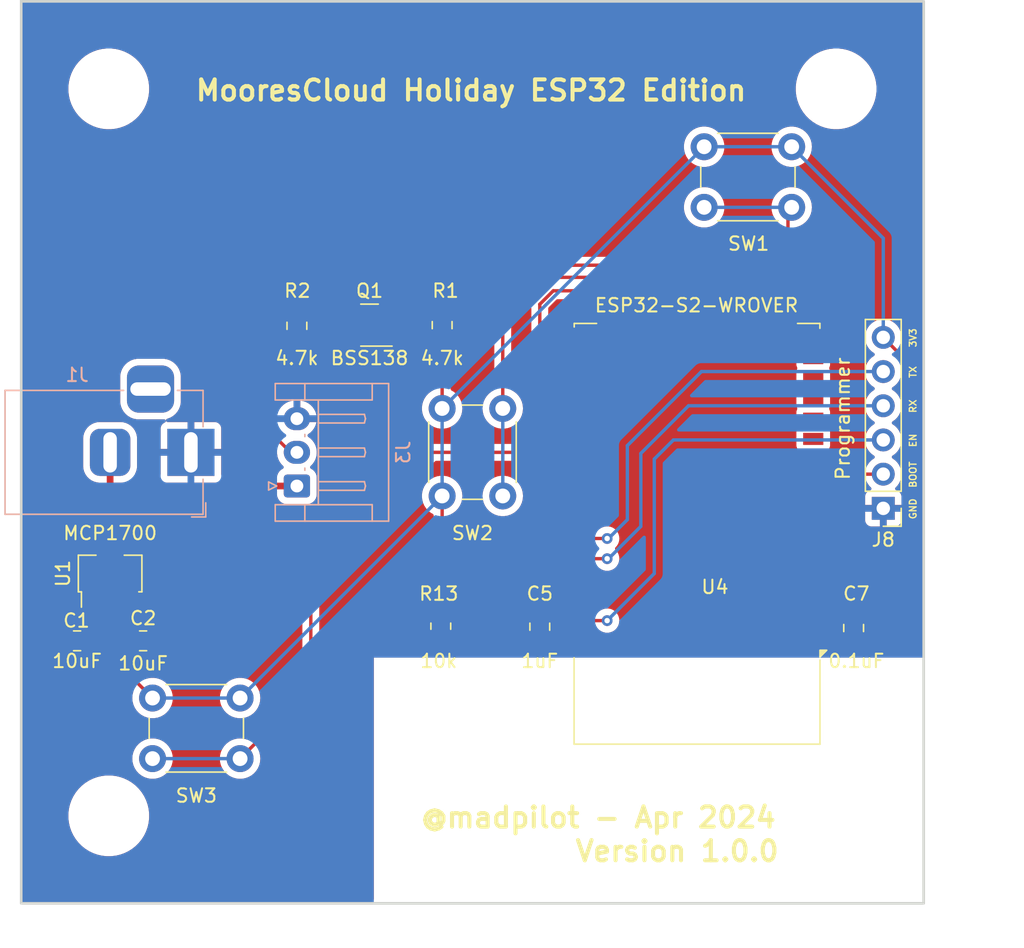
<source format=kicad_pcb>
(kicad_pcb (version 20241229) (generator "pcbnew") (generator_version "9.0")
  (layers (0 "F.Cu" signal) (2 "B.Cu" signal) (13 "F.Paste" user) (15 "B.Paste" user) (5 "F.SilkS" user "F.Silkscreen") (7 "B.SilkS" user "B.Silkscreen") (1 "F.Mask" user) (3 "B.Mask" user) (25 "Edge.Cuts" user))
  (net 0 "")
  (net 1 "+5V")
  (net 2 "GND")
  (net 3 "+3V3")
  (net 4 "EN")
  (net 5 "BOOT")
  (net 6 "BUTTON_1")
  (net 7 "BUTTON_2")
  (net 9 "BUTTON_3")
  (net 10 "RX")
  (net 11 "TX")
  (net 13 "Net-(J3-Pin_2)")
  (net 14 "DATA")
  (footprint "MountingHole:MountingHole_5.5mm" (layer "F.Cu") (at 175.5 78)
    (property "Reference" "H2" (hide yes))
    (property "Value" "MountingHole")
    (pad "" np_thru_hole circle (at 0 0) (size 5.5 5.5) (drill 5.5) (layers "*.Cu" "*.Mask"))
  )
  (footprint "Capacitor_SMD:C_0805_2012Metric" (layer "F.Cu") (at 146.25 95.55 -90)
    (property "Reference" "R1" (at -2.55 -0.25 180) (layer "F.SilkS"))
    (property "Value" "4.7k" (at 2.45 0 180) (layer "F.SilkS"))
    (fp_line (start -0.261252 0.735) (end 0.261252 0.735) (stroke (width 0.12)) (layer "F.SilkS"))
    (fp_line (start -0.261252 -0.735) (end 0.261252 -0.735) (stroke (width 0.12)) (layer "F.SilkS"))
    (pad "1" smd roundrect (at -0.95 0 270) (size 1 1.45) (layers "F.Cu" "F.Mask" "F.Paste") (net 14 "DATA"))
    (pad "2" smd roundrect (at 0.95 0 270) (size 1 1.45) (layers "F.Cu" "F.Mask" "F.Paste") (net 3 "+3V3"))
  )
  (footprint "MountingHole:MountingHole_5.5mm" (layer "F.Cu") (at 121.5 132)
    (property "Reference" "H4" (hide yes))
    (property "Value" "MountingHole")
    (pad "" np_thru_hole circle (at 0 0) (size 5.5 5.5) (drill 5.5) (layers "*.Cu" "*.Mask"))
  )
  (footprint "MountingHole:MountingHole_5.5mm" (layer "F.Cu") (at 175.5 132)
    (property "Reference" "H3" (hide yes))
    (property "Value" "MountingHole")
    (pad "" np_thru_hole circle (at 0 0) (size 5.5 5.5) (drill 5.5) (layers "*.Cu" "*.Mask"))
  )
  (footprint "Package_TO_SOT_SMD:SOT-23" (layer "F.Cu") (at 140.85875 95.55 180)
    (property "Reference" "Q1" (at 0 2.55 180) (layer "F.SilkS"))
    (property "Value" "BSS138" (at 0 -2.45 180) (layer "F.SilkS"))
    (fp_line (start 0 1.56) (end 0.65 1.56) (stroke (width 0.12)) (layer "F.SilkS"))
    (fp_line (start 0 1.56) (end -0.65 1.56) (stroke (width 0.12)) (layer "F.SilkS"))
    (fp_line (start 0 -1.56) (end 0.65 -1.56) (stroke (width 0.12)) (layer "F.SilkS"))
    (fp_line (start 0 -1.56) (end -1.675 -1.56) (stroke (width 0.12)) (layer "F.SilkS"))
    (pad "1" smd roundrect (at -0.9375 -0.95 180) (size 1.475 0.6) (layers "F.Cu" "F.Mask" "F.Paste") (net 3 "+3V3"))
    (pad "2" smd roundrect (at -0.9375 0.95 180) (size 1.475 0.6) (layers "F.Cu" "F.Mask" "F.Paste") (net 14 "DATA"))
    (pad "3" smd roundrect (at 0.9375 0 180) (size 1.475 0.6) (layers "F.Cu" "F.Mask" "F.Paste") (net 13 "Net-(J3-Pin_2)"))
  )
  (footprint "Capacitor_SMD:C_0805_2012Metric" (layer "F.Cu") (at 124.05 119)
    (property "Reference" "C2" (at 0 -1.68 0) (layer "F.SilkS"))
    (property "Value" "10uF" (at 0 1.68 0) (layer "F.SilkS"))
    (fp_line (start -0.261252 -0.735) (end 0.261252 -0.735) (stroke (width 0.12)) (layer "F.SilkS"))
    (fp_line (start -0.261252 0.735) (end 0.261252 0.735) (stroke (width 0.12)) (layer "F.SilkS"))
    (pad "1" smd roundrect (at -0.95 0) (size 1 1.45) (layers "F.Cu" "F.Mask" "F.Paste") (net 3 "+3V3"))
    (pad "2" smd roundrect (at 0.95 0) (size 1 1.45) (layers "F.Cu" "F.Mask" "F.Paste") (net 2 "GND"))
  )
  (footprint "Button_Switch_THT:SW_PUSH_6mm" (layer "F.Cu") (at 165.7 82.3)
    (property "Reference" "SW1" (at 3.3 7.2 0) (layer "F.SilkS"))
    (property "Value" "SW_Push" (hide yes))
    (fp_line (start -0.25 1.5) (end -0.25 3) (stroke (width 0.12)) (layer "F.SilkS"))
    (fp_line (start 1 5.5) (end 5.5 5.5) (stroke (width 0.12)) (layer "F.SilkS"))
    (fp_line (start 5.5 -1) (end 1 -1) (stroke (width 0.12)) (layer "F.SilkS"))
    (fp_line (start 6.75 3) (end 6.75 1.5) (stroke (width 0.12)) (layer "F.SilkS"))
    (pad "1" thru_hole circle (at 0 0 90) (size 2 2) (drill 1.1) (layers "*.Cu" "*.Mask") (net 3 "+3V3"))
    (pad "1" thru_hole circle (at 6.5 0 90) (size 2 2) (drill 1.1) (layers "*.Cu" "*.Mask") (net 3 "+3V3"))
    (pad "2" thru_hole circle (at 0 4.5 90) (size 2 2) (drill 1.1) (layers "*.Cu" "*.Mask") (net 6 "BUTTON_1"))
    (pad "2" thru_hole circle (at 6.5 4.5 90) (size 2 2) (drill 1.1) (layers "*.Cu" "*.Mask") (net 6 "BUTTON_1"))
  )
  (footprint "Connector_PinHeader_2.54mm:PinHeader_1x06_P2.54mm_Vertical" (layer "F.Cu") (at 179 109.16 180)
    (property "Reference" "J8" (at 0 -2.33 180) (layer "F.SilkS"))
    (property "Value" "Programmer" (at 3 6.66 270) (layer "F.SilkS"))
    (fp_line (start 1.33 1.27) (end 1.33 14.03) (stroke (width 0.12)) (layer "F.SilkS"))
    (fp_line (start -1.33 14.03) (end 1.33 14.03) (stroke (width 0.12)) (layer "F.SilkS"))
    (fp_line (start -1.33 1.27) (end 1.33 1.27) (stroke (width 0.12)) (layer "F.SilkS"))
    (fp_line (start -1.33 1.27) (end -1.33 14.03) (stroke (width 0.12)) (layer "F.SilkS"))
    (fp_line (start -1.33 0) (end -1.33 -1.33) (stroke (width 0.12)) (layer "F.SilkS"))
    (fp_line (start -1.33 -1.33) (end 0 -1.33) (stroke (width 0.12)) (layer "F.SilkS"))
    (pad "1" thru_hole rect (at 0 0 180) (size 1.7 1.7) (drill 1) (layers "*.Cu" "*.Mask") (net 2 "GND"))
    (pad "2" thru_hole oval (at 0 2.54 180) (size 1.7 1.7) (drill 1) (layers "*.Cu" "*.Mask") (net 5 "BOOT"))
    (pad "3" thru_hole oval (at 0 5.08 180) (size 1.7 1.7) (drill 1) (layers "*.Cu" "*.Mask") (net 4 "EN"))
    (pad "4" thru_hole oval (at 0 7.62 180) (size 1.7 1.7) (drill 1) (layers "*.Cu" "*.Mask") (net 10 "RX"))
    (pad "5" thru_hole oval (at 0 10.16 180) (size 1.7 1.7) (drill 1) (layers "*.Cu" "*.Mask") (net 11 "TX"))
    (pad "6" thru_hole oval (at 0 12.7 180) (size 1.7 1.7) (drill 1) (layers "*.Cu" "*.Mask") (net 3 "+3V3"))
  )
  (footprint "Capacitor_SMD:C_0805_2012Metric" (layer "F.Cu") (at 135.4675 95.6 90)
    (property "Reference" "R2" (at 2.6 0.0325 0) (layer "F.SilkS"))
    (property "Value" "4.7k" (at -2.4 0 0) (layer "F.SilkS"))
    (fp_line (start -0.261252 -0.735) (end 0.261252 -0.735) (stroke (width 0.12)) (layer "F.SilkS"))
    (fp_line (start -0.261252 0.735) (end 0.261252 0.735) (stroke (width 0.12)) (layer "F.SilkS"))
    (pad "1" smd roundrect (at -0.95 0 90) (size 1 1.45) (layers "F.Cu" "F.Mask" "F.Paste") (net 13 "Net-(J3-Pin_2)"))
    (pad "2" smd roundrect (at 0.95 0 90) (size 1 1.45) (layers "F.Cu" "F.Mask" "F.Paste") (net 1 "+5V"))
  )
  (footprint "Button_Switch_THT:SW_PUSH_6mm" (layer "F.Cu") (at 148.500734 104.994951 90)
    (property "Reference" "SW2" (at -6.005049 -0.000734 0) (layer "F.SilkS"))
    (property "Value" "SW_Push" (hide yes))
    (fp_line (start -2.244951 -3.250734) (end 2.255049 -3.250734) (stroke (width 0.12)) (layer "F.SilkS"))
    (fp_line (start 3.505049 -0.750734) (end 3.505049 0.749266) (stroke (width 0.12)) (layer "F.SilkS"))
    (fp_line (start -3.494951 0.749266) (end -3.494951 -0.750734) (stroke (width 0.12)) (layer "F.SilkS"))
    (fp_line (start 2.255049 3.249266) (end -2.244951 3.249266) (stroke (width 0.12)) (layer "F.SilkS"))
    (pad "1" thru_hole circle (at -3.244951 -2.250734 180) (size 2 2) (drill 1.1) (layers "*.Cu" "*.Mask") (net 3 "+3V3"))
    (pad "1" thru_hole circle (at 3.255049 -2.250734 180) (size 2 2) (drill 1.1) (layers "*.Cu" "*.Mask") (net 3 "+3V3"))
    (pad "2" thru_hole circle (at -3.244951 2.249266 180) (size 2 2) (drill 1.1) (layers "*.Cu" "*.Mask") (net 7 "BUTTON_2"))
    (pad "2" thru_hole circle (at 3.255049 2.249266 180) (size 2 2) (drill 1.1) (layers "*.Cu" "*.Mask") (net 7 "BUTTON_2"))
  )
  (footprint "Package_TO_SOT_SMD:SOT-89-3" (layer "F.Cu") (at 121.6 114 90)
    (property "Reference" "U1" (at 0 -3.5 270) (layer "F.SilkS"))
    (property "Value" "MCP1700" (at 3 0 0) (layer "F.SilkS"))
    (fp_line (start 1.36 -2.36) (end 1.36 -1.05) (stroke (width 0.12)) (layer "F.SilkS"))
    (fp_line (start -1.36 -2.36) (end 1.36 -2.36) (stroke (width 0.12)) (layer "F.SilkS"))
    (fp_line (start -1.36 -2.36) (end -1.36 -2.13) (stroke (width 0.12)) (layer "F.SilkS"))
    (fp_line (start -2.5 -2.13) (end -1.36 -2.13) (stroke (width 0.12)) (layer "F.SilkS"))
    (fp_line (start 1.36 1.05) (end 1.36 2.36) (stroke (width 0.12)) (layer "F.SilkS"))
    (fp_line (start 1.36 2.36) (end -1.36 2.36) (stroke (width 0.12)) (layer "F.SilkS"))
    (fp_line (start -1.36 2.36) (end -1.36 2.13) (stroke (width 0.12)) (layer "F.SilkS"))
    (pad "1" smd rect (at -1.95 -1.5 90) (size 1.3 0.9) (layers "F.Cu" "F.Mask" "F.Paste") (net 2 "GND"))
    (pad "2" smd custom (at -1.8625 0 90) (size 1.475 0.9) (layers "F.Cu" "F.Mask" "F.Paste") (net 1 "+5V") (options (clearance outline) (anchor rect)) (primitives (gr_poly (pts (xy 3.8625 0.8665) (xy 0.7375 0.8665) (xy 0.7375 -0.8665) (xy 3.8625 -0.8665)) (width 0) (fill yes))))
    (pad "3" smd rect (at -1.95 1.5 90) (size 1.3 0.9) (layers "F.Cu" "F.Mask" "F.Paste") (net 3 "+3V3"))
  )
  (footprint "RF_Module:ESP32-S2-WROVER" (layer "F.Cu") (at 165.175 107.225 180)
    (property "Reference" "U4" (at -1.325 -7.775 0) (layer "F.SilkS"))
    (property "Value" "ESP32-S2-WROVER" (at 0.04 13.145 180) (layer "F.SilkS"))
    (fp_line (start 9.13 -13.03) (end 9.13 -19.45) (stroke (width 0.12)) (layer "F.SilkS"))
    (fp_line (start 9.12 11.8) (end 7.46 11.8) (stroke (width 0.12)) (layer "F.SilkS"))
    (fp_line (start 9.12 11.54) (end 9.12 11.8) (stroke (width 0.12)) (layer "F.SilkS"))
    (fp_line (start -9.12 11.8) (end -7.46 11.8) (stroke (width 0.12)) (layer "F.SilkS"))
    (fp_line (start -9.12 11.44) (end -9.12 11.8) (stroke (width 0.12)) (layer "F.SilkS"))
    (fp_line (start -9.125 -13.2) (end -9.125 -19.45) (stroke (width 0.12)) (layer "F.SilkS"))
    (fp_line (start -9.125 -19.45) (end 9.13 -19.45) (stroke (width 0.12)) (layer "F.SilkS"))
    (fp_poly (pts (xy -9.125 -12.475) (xy -9.625 -12.475) (xy -9.125 -12.975) (xy -9.125 -12.475)) (stroke (width 0.12)) (fill yes) (layer "F.SilkS"))
    (pad "1" smd rect (at -8.625 -11.775 180) (size 1.5 0.9) (layers "F.Cu" "F.Mask" "F.Paste") (net 2 "GND"))
    (pad "2" smd rect (at -8.625 -10.275 180) (size 1.5 0.9) (layers "F.Cu" "F.Mask" "F.Paste") (net 3 "+3V3"))
    (pad "3" smd rect (at -8.625 -8.775 180) (size 1.5 0.9) (layers "F.Cu" "F.Mask" "F.Paste") (net 5 "BOOT"))
    (pad "4" smd rect (at -8.625 -7.275 180) (size 1.5 0.9) (layers "F.Cu" "F.Mask" "F.Paste"))
    (pad "5" smd rect (at -8.625 -5.775 180) (size 1.5 0.9) (layers "F.Cu" "F.Mask" "F.Paste"))
    (pad "6" smd rect (at -8.625 -4.275 180) (size 1.5 0.9) (layers "F.Cu" "F.Mask" "F.Paste"))
    (pad "7" smd rect (at -8.625 -2.775 180) (size 1.5 0.9) (layers "F.Cu" "F.Mask" "F.Paste"))
    (pad "8" smd rect (at -8.625 -1.275 180) (size 1.5 0.9) (layers "F.Cu" "F.Mask" "F.Paste"))
    (pad "9" smd rect (at -8.625 0.225 180) (size 1.5 0.9) (layers "F.Cu" "F.Mask" "F.Paste"))
    (pad "10" smd rect (at -8.625 1.725 180) (size 1.5 0.9) (layers "F.Cu" "F.Mask" "F.Paste"))
    (pad "11" smd rect (at -8.625 3.225 180) (size 1.5 0.9) (layers "F.Cu" "F.Mask" "F.Paste"))
    (pad "12" smd rect (at -8.625 4.725 180) (size 1.5 0.9) (layers "F.Cu" "F.Mask" "F.Paste"))
    (pad "13" smd rect (at -8.625 6.225 180) (size 1.5 0.9) (layers "F.Cu" "F.Mask" "F.Paste"))
    (pad "14" smd rect (at -8.625 7.725 180) (size 1.5 0.9) (layers "F.Cu" "F.Mask" "F.Paste"))
    (pad "15" smd rect (at -8.625 9.225) (size 1.5 0.9) (layers "F.Cu" "F.Mask" "F.Paste"))
    (pad "16" smd rect (at -8.625 10.725) (size 1.5 0.9) (layers "F.Cu" "F.Mask" "F.Paste"))
    (pad "17" smd rect (at -6.75 11.475 180) (size 0.9 1.5) (layers "F.Cu" "F.Mask" "F.Paste") (net 6 "BUTTON_1"))
    (pad "18" smd rect (at -5.25 11.475 180) (size 0.9 1.5) (layers "F.Cu" "F.Mask" "F.Paste") (net 14 "DATA"))
    (pad "19" smd rect (at -3.75 11.475 180) (size 0.9 1.5) (layers "F.Cu" "F.Mask" "F.Paste") (net 7 "BUTTON_2"))
    (pad "20" smd rect (at -2.25 11.475 180) (size 0.9 1.5) (layers "F.Cu" "F.Mask" "F.Paste") (net 9 "BUTTON_3"))
    (pad "21" smd rect (at -0.75 11.475 180) (size 0.9 1.5) (layers "F.Cu" "F.Mask" "F.Paste"))
    (pad "22" smd rect (at 0.75 11.475 180) (size 0.9 1.5) (layers "F.Cu" "F.Mask" "F.Paste"))
    (pad "23" smd rect (at 2.25 11.475 180) (size 0.9 1.5) (layers "F.Cu" "F.Mask" "F.Paste"))
    (pad "24" smd rect (at 3.75 11.475 180) (size 0.9 1.5) (layers "F.Cu" "F.Mask" "F.Paste"))
    (pad "25" smd rect (at 5.25 11.475 180) (size 0.9 1.5) (layers "F.Cu" "F.Mask" "F.Paste"))
    (pad "26" smd rect (at 6.75 11.475 180) (size 0.9 1.5) (layers "F.Cu" "F.Mask" "F.Paste") (net 2 "GND"))
    (pad "27" smd rect (at 8.625 10.825 180) (size 1.5 0.9) (layers "F.Cu" "F.Mask" "F.Paste"))
    (pad "28" smd rect (at 8.625 9.325 180) (size 1.5 0.9) (layers "F.Cu" "F.Mask" "F.Paste"))
    (pad "29" smd rect (at 8.625 7.825 180) (size 1.5 0.9) (layers "F.Cu" "F.Mask" "F.Paste"))
    (pad "30" smd rect (at 8.625 6.325 180) (size 1.5 0.9) (layers "F.Cu" "F.Mask" "F.Paste"))
    (pad "31" smd rect (at 8.625 4.825 180) (size 1.5 0.9) (layers "F.Cu" "F.Mask" "F.Paste"))
    (pad "32" smd rect (at 8.625 3.325 180) (size 1.5 0.9) (layers "F.Cu" "F.Mask" "F.Paste"))
    (pad "33" smd rect (at 8.625 1.825 180) (size 1.5 0.9) (layers "F.Cu" "F.Mask" "F.Paste"))
    (pad "34" smd rect (at 8.625 0.325 180) (size 1.5 0.9) (layers "F.Cu" "F.Mask" "F.Paste"))
    (pad "35" smd rect (at 8.625 -1.175 180) (size 1.5 0.9) (layers "F.Cu" "F.Mask" "F.Paste"))
    (pad "36" smd rect (at 8.625 -2.675 180) (size 1.5 0.9) (layers "F.Cu" "F.Mask" "F.Paste"))
    (pad "37" smd rect (at 8.625 -4.175 180) (size 1.5 0.9) (layers "F.Cu" "F.Mask" "F.Paste") (net 11 "TX"))
    (pad "38" smd rect (at 8.625 -5.675 180) (size 1.5 0.9) (layers "F.Cu" "F.Mask" "F.Paste") (net 10 "RX"))
    (pad "39" smd rect (at 8.625 -7.175 180) (size 1.5 0.9) (layers "F.Cu" "F.Mask" "F.Paste"))
    (pad "40" smd rect (at 8.625 -8.775 180) (size 1.5 0.9) (layers "F.Cu" "F.Mask" "F.Paste"))
    (pad "41" smd rect (at 8.625 -10.275 180) (size 1.5 0.9) (layers "F.Cu" "F.Mask" "F.Paste") (net 4 "EN"))
    (pad "42" smd rect (at 8.625 -11.675 180) (size 1.5 0.9) (layers "F.Cu" "F.Mask" "F.Paste") (net 2 "GND"))
    (pad "43" smd rect (at -1.19 -3.735 180) (size 4.1 4.1) (layers "F.Cu" "F.Mask" "F.Paste") (net 2 "GND"))
    (zone (net 0) (net_name "") (layers "F.Cu" "B.Cu") (connect_pads (clearance 0)) (min_thickness 0.254)
      (keepout (tracks not_allowed) (vias not_allowed) (pads not_allowed) (copperpour not_allowed) (footprints not_allowed))
      (fill (thermal_gap 0.508) (thermal_bridge_width 0.508))
      (polygon (pts (xy 189.175 120.248) (xy 141.175 120.248) (xy 141.175 141.548) (xy 189.175 141.548)))
    )
  )
  (footprint "Capacitor_SMD:C_0805_2012Metric" (layer "F.Cu") (at 176.8 118.05 -90)
    (property "Reference" "C7" (at -2.55 -0.2 180) (layer "F.SilkS"))
    (property "Value" "0.1uF" (at 2.45 -0.2 180) (layer "F.SilkS"))
    (fp_line (start -0.261252 0.735) (end 0.261252 0.735) (stroke (width 0.12)) (layer "F.SilkS"))
    (fp_line (start -0.261252 -0.735) (end 0.261252 -0.735) (stroke (width 0.12)) (layer "F.SilkS"))
    (pad "1" smd roundrect (at -0.95 0 270) (size 1 1.45) (layers "F.Cu" "F.Mask" "F.Paste") (net 3 "+3V3"))
    (pad "2" smd roundrect (at 0.95 0 270) (size 1 1.45) (layers "F.Cu" "F.Mask" "F.Paste") (net 2 "GND"))
  )
  (footprint "Resistor_SMD:R_0805_2012Metric" (layer "F.Cu") (at 146.15 117.9125 -90)
    (property "Reference" "R13" (at -2.4125 0.15 180) (layer "F.SilkS"))
    (property "Value" "10k" (at 2.5875 0.15 180) (layer "F.SilkS"))
    (fp_line (start -0.227064 0.735) (end 0.227064 0.735) (stroke (width 0.12)) (layer "F.SilkS"))
    (fp_line (start -0.227064 -0.735) (end 0.227064 -0.735) (stroke (width 0.12)) (layer "F.SilkS"))
    (pad "1" smd roundrect (at -0.9125 0 270) (size 1.025 1.4) (layers "F.Cu" "F.Mask" "F.Paste") (roundrect_rratio 0.243902) (net 3 "+3V3"))
    (pad "2" smd roundrect (at 0.9125 0 270) (size 1.025 1.4) (layers "F.Cu" "F.Mask" "F.Paste") (roundrect_rratio 0.243902) (net 4 "EN"))
  )
  (footprint "MountingHole:MountingHole_5.5mm" (layer "F.Cu") (at 121.5 78)
    (property "Reference" "H1" (hide yes))
    (property "Value" "MountingHole")
    (pad "" np_thru_hole circle (at 0 0) (size 5.5 5.5) (drill 5.5) (layers "*.Cu" "*.Mask"))
  )
  (footprint "Button_Switch_THT:SW_PUSH_6mm" (layer "F.Cu") (at 128 125.5)
    (property "Reference" "SW3" (at 0 5 0) (layer "F.SilkS"))
    (property "Value" "SW_Push" (hide yes))
    (fp_line (start -3.5 -0.75) (end -3.5 0.75) (stroke (width 0.12)) (layer "F.SilkS"))
    (fp_line (start -2.25 3.25) (end 2.25 3.25) (stroke (width 0.12)) (layer "F.SilkS"))
    (fp_line (start 2.25 -3.25) (end -2.25 -3.25) (stroke (width 0.12)) (layer "F.SilkS"))
    (fp_line (start 3.5 0.75) (end 3.5 -0.75) (stroke (width 0.12)) (layer "F.SilkS"))
    (pad "1" thru_hole circle (at -3.25 -2.25 90) (size 2 2) (drill 1.1) (layers "*.Cu" "*.Mask") (net 3 "+3V3"))
    (pad "1" thru_hole circle (at 3.25 -2.25 90) (size 2 2) (drill 1.1) (layers "*.Cu" "*.Mask") (net 3 "+3V3"))
    (pad "2" thru_hole circle (at -3.25 2.25 90) (size 2 2) (drill 1.1) (layers "*.Cu" "*.Mask") (net 9 "BUTTON_3"))
    (pad "2" thru_hole circle (at 3.25 2.25 90) (size 2 2) (drill 1.1) (layers "*.Cu" "*.Mask") (net 9 "BUTTON_3"))
  )
  (footprint "Capacitor_SMD:C_0805_2012Metric" (layer "F.Cu") (at 153.5 117.95 -90)
    (property "Reference" "C5" (at -2.45 0 180) (layer "F.SilkS"))
    (property "Value" "1uF" (at 2.55 0 180) (layer "F.SilkS"))
    (fp_line (start -0.261252 0.735) (end 0.261252 0.735) (stroke (width 0.12)) (layer "F.SilkS"))
    (fp_line (start -0.261252 -0.735) (end 0.261252 -0.735) (stroke (width 0.12)) (layer "F.SilkS"))
    (pad "1" smd roundrect (at -0.95 0 270) (size 1 1.45) (layers "F.Cu" "F.Mask" "F.Paste") (net 4 "EN"))
    (pad "2" smd roundrect (at 0.95 0 270) (size 1 1.45) (layers "F.Cu" "F.Mask" "F.Paste") (net 2 "GND"))
  )
  (footprint "Capacitor_SMD:C_0805_2012Metric" (layer "F.Cu") (at 119.15 119 180)
    (property "Reference" "C1" (at 0.05 1.5 0) (layer "F.SilkS"))
    (property "Value" "10uF" (at 0 -1.5 0) (layer "F.SilkS"))
    (fp_line (start -0.261252 0.735) (end 0.261252 0.735) (stroke (width 0.12)) (layer "F.SilkS"))
    (fp_line (start -0.261252 -0.735) (end 0.261252 -0.735) (stroke (width 0.12)) (layer "F.SilkS"))
    (pad "1" smd roundrect (at -0.95 0 180) (size 1 1.45) (layers "F.Cu" "F.Mask" "F.Paste") (net 1 "+5V"))
    (pad "2" smd roundrect (at 0.95 0 180) (size 1 1.45) (layers "F.Cu" "F.Mask" "F.Paste") (net 2 "GND"))
  )
  (footprint "Connector_BarrelJack:BarrelJack_Horizontal" (layer "B.Cu") (at 127.6 105)
    (property "Reference" "J1" (at -8.45 -5.75 0) (layer "B.SilkS") (effects (justify mirror)))
    (property "Value" "PWR")
    (fp_line (start -13.8 -4.6) (end -5 -4.6) (stroke (width 0.12)) (layer "B.SilkS"))
    (fp_line (start -13.8 4.6) (end -13.8 -4.6) (stroke (width 0.12)) (layer "B.SilkS"))
    (fp_line (start -1 -4.6) (end 0.9 -4.6) (stroke (width 0.12)) (layer "B.SilkS"))
    (fp_line (start 0.9 -4.6) (end 0.9 -1.9) (stroke (width 0.12)) (layer "B.SilkS"))
    (fp_line (start 0.9 2) (end 0.9 4.6) (stroke (width 0.12)) (layer "B.SilkS"))
    (fp_line (start 0.9 4.6) (end -13.8 4.6) (stroke (width 0.12)) (layer "B.SilkS"))
    (fp_line (start 1.1 4.8) (end 0.05 4.8) (stroke (width 0.12)) (layer "B.SilkS"))
    (fp_line (start 1.1 4.8) (end 1.1 3.75) (stroke (width 0.12)) (layer "B.SilkS"))
    (pad "1" thru_hole rect (at 0 0) (size 3.5 3.5) (drill oval 1 3) (layers "*.Cu" "*.Mask") (net 2 "GND"))
    (pad "2" thru_hole roundrect (at -6 0) (size 3 3.5) (drill oval 1 3) (layers "*.Cu" "*.Mask") (net 1 "+5V"))
    (pad "3" thru_hole roundrect (at -3 -4.7) (size 3.5 3.5) (drill oval 3 1) (layers "*.Cu" "*.Mask"))
  )
  (footprint "Connector_JST:JST_EH_S3B-EH_1x03_P2.50mm_Horizontal" (layer "B.Cu") (at 135.4675 107.5 90)
    (property "Reference" "J3" (at 2.5 7.9 270) (layer "B.SilkS") (effects (justify mirror)))
    (property "Value" "Conn_01x03")
    (fp_line (start 0.3 -2.1) (end -0.3 -2.1) (stroke (width 0.12)) (layer "B.SilkS"))
    (fp_line (start -0.3 -2.1) (end 0 -1.5) (stroke (width 0.12)) (layer "B.SilkS"))
    (fp_line (start 7.61 -1.61) (end 7.61 6.81) (stroke (width 0.12)) (layer "B.SilkS"))
    (fp_line (start 6.39 -1.61) (end 7.61 -1.61) (stroke (width 0.12)) (layer "B.SilkS"))
    (fp_line (start -1.39 -1.61) (end -1.39 0.59) (stroke (width 0.12)) (layer "B.SilkS"))
    (fp_line (start -2.61 -1.61) (end -1.39 -1.61) (stroke (width 0.12)) (layer "B.SilkS"))
    (fp_line (start 0 -1.5) (end 0.3 -2.1) (stroke (width 0.12)) (layer "B.SilkS"))
    (fp_line (start 7.61 0.59) (end 6.39 0.59) (stroke (width 0.12)) (layer "B.SilkS"))
    (fp_line (start 6.39 0.59) (end 6.39 -1.61) (stroke (width 0.12)) (layer "B.SilkS"))
    (fp_line (start 6.39 0.59) (end 6.39 5.59) (stroke (width 0.12)) (layer "B.SilkS"))
    (fp_line (start 3.83 0.59) (end 3.67 0.59) (stroke (width 0.12)) (layer "B.SilkS"))
    (fp_line (start 1.33 0.59) (end 1.17 0.59) (stroke (width 0.12)) (layer "B.SilkS"))
    (fp_line (start -1.39 0.59) (end -1.39 5.59) (stroke (width 0.12)) (layer "B.SilkS"))
    (fp_line (start -2.61 0.59) (end -1.39 0.59) (stroke (width 0.12)) (layer "B.SilkS"))
    (fp_line (start 6.39 1.59) (end -1.39 1.59) (stroke (width 0.12)) (layer "B.SilkS"))
    (fp_line (start 5.32 1.59) (end 5.32 5.01) (stroke (width 0.12)) (layer "B.SilkS"))
    (fp_line (start 5 1.59) (end 5.32 1.59) (stroke (width 0.12)) (layer "B.SilkS"))
    (fp_line (start 4.68 1.59) (end 5 1.59) (stroke (width 0.12)) (layer "B.SilkS"))
    (fp_line (start 2.82 1.59) (end 2.82 5.01) (stroke (width 0.12)) (layer "B.SilkS"))
    (fp_line (start 2.5 1.59) (end 2.82 1.59) (stroke (width 0.12)) (layer "B.SilkS"))
    (fp_line (start 2.18 1.59) (end 2.5 1.59) (stroke (width 0.12)) (layer "B.SilkS"))
    (fp_line (start 0.32 1.59) (end 0.32 5.01) (stroke (width 0.12)) (layer "B.SilkS"))
    (fp_line (start 0 1.59) (end 0.32 1.59) (stroke (width 0.12)) (layer "B.SilkS"))
    (fp_line (start -0.32 1.59) (end 0 1.59) (stroke (width 0.12)) (layer "B.SilkS"))
    (fp_line (start 5.32 5.01) (end 5 5.09) (stroke (width 0.12)) (layer "B.SilkS"))
    (fp_line (start 4.68 5.01) (end 4.68 1.59) (stroke (width 0.12)) (layer "B.SilkS"))
    (fp_line (start 2.82 5.01) (end 2.5 5.09) (stroke (width 0.12)) (layer "B.SilkS"))
    (fp_line (start 2.18 5.01) (end 2.18 1.59) (stroke (width 0.12)) (layer "B.SilkS"))
    (fp_line (start 0.32 5.01) (end 0 5.09) (stroke (width 0.12)) (layer "B.SilkS"))
    (fp_line (start -0.32 5.01) (end -0.32 1.59) (stroke (width 0.12)) (layer "B.SilkS"))
    (fp_line (start 5 5.09) (end 4.68 5.01) (stroke (width 0.12)) (layer "B.SilkS"))
    (fp_line (start 2.5 5.09) (end 2.18 5.01) (stroke (width 0.12)) (layer "B.SilkS"))
    (fp_line (start 0 5.09) (end -0.32 5.01) (stroke (width 0.12)) (layer "B.SilkS"))
    (fp_line (start 6.39 5.59) (end 7.61 5.59) (stroke (width 0.12)) (layer "B.SilkS"))
    (fp_line (start -1.39 5.59) (end -2.61 5.59) (stroke (width 0.12)) (layer "B.SilkS"))
    (fp_line (start 7.61 6.81) (end -2.61 6.81) (stroke (width 0.12)) (layer "B.SilkS"))
    (fp_line (start -2.61 6.81) (end -2.61 -1.61) (stroke (width 0.12)) (layer "B.SilkS"))
    (pad "1" thru_hole roundrect (at 0 0 90) (size 1.7 1.95) (drill 0.95) (layers "*.Cu" "*.Mask") (roundrect_rratio 0.147059) (net 1 "+5V"))
    (pad "2" thru_hole oval (at 2.5 0 90) (size 1.7 1.95) (drill 0.95) (layers "*.Cu" "*.Mask") (net 13 "Net-(J3-Pin_2)"))
    (pad "3" thru_hole oval (at 5 0 90) (size 1.7 1.95) (drill 0.95) (layers "*.Cu" "*.Mask") (net 2 "GND"))
  )
  (gr_line (start 123.1 116) (end 123.1 119) (stroke (width 0.2)) (layer "F.Cu") (net 3))
  (gr_rect (start 115 71.5) (end 182 138.5) (stroke (width 0.2)) (fill no) (layer "Edge.Cuts"))
  (gr_text "@madpilot - Apr 2024\n" (at 144.5 133 0) (layer "F.SilkS") (effects (font (size 1.5 1.5) (thickness 0.3) (bold yes)) (justify left bottom)))
  (gr_text "MooresCloud Holiday ESP32 Edition" (at 127.807142 78.996 0) (layer "F.SilkS") (effects (font (size 1.5 1.5) (thickness 0.3) (bold yes)) (justify left bottom)))
  (gr_text "BOOT\n" (at 181.5 107.684286 90) (layer "F.SilkS") (effects (font (size 0.5 0.5) (thickness 0.1) (bold yes)) (justify left bottom)))
  (gr_text "Version 1.0.0" (at 156 135.5 0) (layer "F.SilkS") (effects (font (size 1.5 1.5) (thickness 0.3) (bold yes)) (justify left bottom)))
  (gr_text "TX" (at 181.5 99.528571 90) (layer "F.SilkS") (effects (font (size 0.5 0.5) (thickness 0.1) (bold yes)) (justify left bottom)))
  (gr_text "GND" (at 181.5 110.021905 90) (layer "F.SilkS") (effects (font (size 0.5 0.5) (thickness 0.1) (bold yes)) (justify left bottom)))
  (gr_text "EN\n" (at 181.5 104.668096 90) (layer "F.SilkS") (effects (font (size 0.5 0.5) (thickness 0.1) (bold yes)) (justify left bottom)))
  (gr_text "RX" (at 181.5 102.128095 90) (layer "F.SilkS") (effects (font (size 0.5 0.5) (thickness 0.1) (bold yes)) (justify left bottom)))
  (gr_text "3V3" (at 181.5 97.250476 90) (layer "F.SilkS") (effects (font (size 0.5 0.5) (thickness 0.1) (bold yes)) (justify left bottom)))
  (segment (start 135.4675 107.9675) (end 135.4675 107.5) (width 0.25) (layer "F.Cu") (net 1))
  (segment (start 132.5 97.6175) (end 132.5 107.5) (width 0.25) (layer "F.Cu") (net 1))
  (segment (start 135.4675 94.65) (end 132.5 97.6175) (width 0.25) (layer "F.Cu") (net 1))
  (segment (start 121.6 107.5) (end 121.6 115.8625) (width 0.5) (layer "F.Cu") (net 1))
  (segment (start 135.4675 107.5) (end 132.5 107.5) (width 0.5) (layer "F.Cu") (net 1))
  (segment (start 121.6 115.8625) (end 121.6 117.5) (width 0.5) (layer "F.Cu") (net 1))
  (segment (start 121.6 105) (end 121.6 107.5) (width 0.5) (layer "F.Cu") (net 1))
  (segment (start 132.5 107.5) (end 121.6 107.5) (width 0.5) (layer "F.Cu") (net 1))
  (segment (start 121.6 117.5) (end 120.1 119) (width 0.5) (layer "F.Cu") (net 1))
  (segment (start 176.4 117.5) (end 176.8 117.1) (width 0.25) (layer "F.Cu") (net 3))
  (segment (start 146.25 108.239902) (end 146.25 116.9) (width 0.25) (layer "F.Cu") (net 3))
  (segment (start 179 96.46) (end 181.5 99) (width 0.25) (layer "F.Cu") (net 3))
  (segment (start 123.1 119) (end 123.1 121.6) (width 0.25) (layer "F.Cu") (net 3))
  (segment (start 123.35 119.25) (end 123.1 119) (width 0.25) (layer "F.Cu") (net 3))
  (segment (start 177.9 117.1) (end 176.8 117.1) (width 0.25) (layer "F.Cu") (net 3))
  (segment (start 173.8 117.5) (end 176.4 117.5) (width 0.25) (layer "F.Cu") (net 3))
  (segment (start 181.5 113.5) (end 177.9 117.1) (width 0.25) (layer "F.Cu") (net 3))
  (segment (start 146.25 96.5) (end 146.25 101.739902) (width 0.25) (layer "F.Cu") (net 3))
  (segment (start 141.79625 96.5) (end 146.25 96.5) (width 0.25) (layer "F.Cu") (net 3))
  (segment (start 181.5 99) (end 181.5 113.5) (width 0.25) (layer "F.Cu") (net 3))
  (segment (start 123.1 121.6) (end 124.75 123.25) (width 0.25) (layer "F.Cu") (net 3))
  (segment (start 146.25 116.9) (end 146.15 117) (width 0.25) (layer "F.Cu") (net 3))
  (segment (start 165.7 82.3) (end 172.2 82.3) (width 0.25) (layer "B.Cu") (net 3))
  (segment (start 179 89.1) (end 179 96.46) (width 0.25) (layer "B.Cu") (net 3))
  (segment (start 146.25 108.25) (end 131.25 123.25) (width 0.25) (layer "B.Cu") (net 3))
  (segment (start 165.7 82.3) (end 146.25 101.75) (width 0.25) (layer "B.Cu") (net 3))
  (segment (start 172.2 82.3) (end 179 89.1) (width 0.25) (layer "B.Cu") (net 3))
  (segment (start 124.75 123.25) (end 131.25 123.25) (width 0.25) (layer "B.Cu") (net 3))
  (segment (start 146.25 108.239902) (end 146.25 101.739902) (width 0.25) (layer "B.Cu") (net 3))
  (segment (start 153.5 117) (end 151.675 118.825) (width 0.25) (layer "F.Cu") (net 4))
  (segment (start 151.675 118.825) (end 146.15 118.825) (width 0.25) (layer "F.Cu") (net 4))
  (segment (start 156.55 117.5) (end 154 117.5) (width 0.25) (layer "F.Cu") (net 4))
  (segment (start 156.55 117.5) (end 158.5 117.5) (width 0.25) (layer "F.Cu") (net 4))
  (segment (start 154 117.5) (end 153.5 117) (width 0.25) (layer "F.Cu") (net 4))
  (via (at 158.5 117.5) (size 0.8) (drill 0.4) (layers "F.Cu" "B.Cu") (net 4))
  (segment (start 179 104.08) (end 163.42 104.08) (width 0.25) (layer "B.Cu") (net 4))
  (segment (start 162 105.5) (end 162 114) (width 0.25) (layer "B.Cu") (net 4))
  (segment (start 162 114) (end 158.5 117.5) (width 0.25) (layer "B.Cu") (net 4))
  (segment (start 163.42 104.08) (end 162 105.5) (width 0.25) (layer "B.Cu") (net 4))
  (segment (start 176.5 107.5) (end 176.5 114.5) (width 0.25) (layer "F.Cu") (net 5))
  (segment (start 175 116) (end 173.8 116) (width 0.25) (layer "F.Cu") (net 5))
  (segment (start 173.8 116) (end 174.1 116) (width 0.25) (layer "F.Cu") (net 5))
  (segment (start 179 106.62) (end 177.38 106.62) (width 0.25) (layer "F.Cu") (net 5))
  (segment (start 177.38 106.62) (end 176.5 107.5) (width 0.25) (layer "F.Cu") (net 5))
  (segment (start 176.5 114.5) (end 175 116) (width 0.25) (layer "F.Cu") (net 5))
  (segment (start 171.925 95.75) (end 171.925 87.075) (width 0.25) (layer "F.Cu") (net 6))
  (segment (start 171.925 87.075) (end 172.2 86.8) (width 0.25) (layer "F.Cu") (net 6))
  (segment (start 165.7 86.8) (end 172.2 86.8) (width 0.25) (layer "B.Cu") (net 6))
  (segment (start 150.75 95.25) (end 154 92) (width 0.25) (layer "F.Cu") (net 7))
  (segment (start 150.75 101.75) (end 150.75 95.25) (width 0.25) (layer "F.Cu") (net 7))
  (segment (start 154 92) (end 165.525 92) (width 0.25) (layer "F.Cu") (net 7))
  (segment (start 165.525 92) (end 168.925 95.4) (width 0.25) (layer "F.Cu") (net 7))
  (segment (start 168.925 95.4) (end 168.925 95.75) (width 0.25) (layer "F.Cu") (net 7))
  (segment (start 150.751468 108.25) (end 150.751468 101.75) (width 0.25) (layer "B.Cu") (net 7))
  (segment (start 167.425 95.45) (end 167.425 95.75) (width 0.25) (layer "F.Cu") (net 9))
  (segment (start 145.5 105) (end 152 105) (width 0.25) (layer "F.Cu") (net 9))
  (segment (start 136.5 122.5) (end 136.5 114) (width 0.25) (layer "F.Cu") (net 9))
  (segment (start 164.975 93) (end 167.425 95.45) (width 0.25) (layer "F.Cu") (net 9))
  (segment (start 153.5 103.5) (end 153.5 94) (width 0.25) (layer "F.Cu") (net 9))
  (segment (start 131.25 127.75) (end 136.5 122.5) (width 0.25) (layer "F.Cu") (net 9))
  (segment (start 152 105) (end 153.5 103.5) (width 0.25) (layer "F.Cu") (net 9))
  (segment (start 154.5 93) (end 164.975 93) (width 0.25) (layer "F.Cu") (net 9))
  (segment (start 136.5 114) (end 145.5 105) (width 0.25) (layer "F.Cu") (net 9))
  (segment (start 153.5 94) (end 154.5 93) (width 0.25) (layer "F.Cu") (net 9))
  (segment (start 124.75 127.75) (end 131.25 127.75) (width 0.25) (layer "B.Cu") (net 9))
  (segment (start 156.55 112.9) (end 158.5 112.9) (width 0.25) (layer "F.Cu") (net 10))
  (via (at 158.5 112.9) (size 0.8) (drill 0.4) (layers "F.Cu" "B.Cu") (net 10))
  (segment (start 164.54 101.54) (end 179 101.54) (width 0.25) (layer "B.Cu") (net 10))
  (segment (start 161 105.08) (end 164.54 101.54) (width 0.25) (layer "B.Cu") (net 10))
  (segment (start 158.6 112.9) (end 161 110.5) (width 0.25) (layer "B.Cu") (net 10))
  (segment (start 161 110.5) (end 161 105.08) (width 0.25) (layer "B.Cu") (net 10))
  (segment (start 158.5 112.9) (end 158.6 112.9) (width 0.25) (layer "B.Cu") (net 10))
  (segment (start 156.55 111.4) (end 158.5 111.4) (width 0.25) (layer "F.Cu") (net 11))
  (via (at 158.5 111.4) (size 0.8) (drill 0.4) (layers "F.Cu" "B.Cu") (net 11))
  (segment (start 158.6 111.4) (end 160 110) (width 0.25) (layer "B.Cu") (net 11))
  (segment (start 160 110) (end 160 104.5) (width 0.25) (layer "B.Cu") (net 11))
  (segment (start 158.5 111.4) (end 158.6 111.4) (width 0.25) (layer "B.Cu") (net 11))
  (segment (start 165.5 99) (end 179 99) (width 0.25) (layer "B.Cu") (net 11))
  (segment (start 160 104.5) (end 165.5 99) (width 0.25) (layer "B.Cu") (net 11))
  (segment (start 135.4675 105) (end 135 105) (width 0.25) (layer "F.Cu") (net 13))
  (segment (start 135 105) (end 133.5 103.5) (width 0.25) (layer "F.Cu") (net 13))
  (segment (start 138.45 95.55) (end 139.92125 95.55) (width 0.25) (layer "F.Cu") (net 13))
  (segment (start 133.5 103.5) (end 133.5 98.5175) (width 0.25) (layer "F.Cu") (net 13))
  (segment (start 135.4675 96.55) (end 137.45 96.55) (width 0.25) (layer "F.Cu") (net 13))
  (segment (start 133.5 98.5175) (end 135.4675 96.55) (width 0.25) (layer "F.Cu") (net 13))
  (segment (start 137.45 96.55) (end 138.45 95.55) (width 0.25) (layer "F.Cu") (net 13))
  (segment (start 149.9 94.6) (end 153.4 91.1) (width 0.25) (layer "F.Cu") (net 14))
  (segment (start 166.075 91.1) (end 170.425 95.45) (width 0.25) (layer "F.Cu") (net 14))
  (segment (start 141.79625 94.6) (end 146.25 94.6) (width 0.25) (layer "F.Cu") (net 14))
  (segment (start 170.425 95.45) (end 170.425 95.75) (width 0.25) (layer "F.Cu") (net 14))
  (segment (start 153.4 91.1) (end 166.075 91.1) (width 0.25) (layer "F.Cu") (net 14))
  (segment (start 146.25 94.6) (end 149.9 94.6) (width 0.25) (layer "F.Cu") (net 14))
  (zone (net 2) (net_name "GND") (layer "F.Cu") (connect_pads (clearance 0.5)) (min_thickness 0.25) (fill yes (thermal_gap 0.5) (thermal_bridge_width 0.5) (island_removal_mode 1) (island_area_min 10))
    (polygon (pts (xy 115 71.5) (xy 182 71.5) (xy 182 138) (xy 115 138.5)))
  )
  (zone (net 2) (net_name "GND") (layer "B.Cu") (priority 1) (connect_pads (clearance 0.5)) (min_thickness 0.25) (fill yes (thermal_gap 0.5) (thermal_bridge_width 0.5) (island_removal_mode 1) (island_area_min 10))
    (polygon (pts (xy 115 71.5) (xy 182 71.5) (xy 182 138.5) (xy 115 138.5)))
  )
)
</source>
